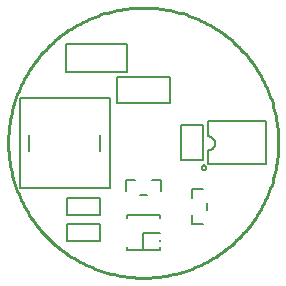
<source format=gto>
G75*
%MOIN*%
%OFA0B0*%
%FSLAX25Y25*%
%IPPOS*%
%LPD*%
%AMOC8*
5,1,8,0,0,1.08239X$1,22.5*
%
%ADD10C,0.01000*%
%ADD11C,0.00500*%
D10*
X0001600Y0047850D02*
X0001614Y0048954D01*
X0001654Y0050058D01*
X0001722Y0051160D01*
X0001817Y0052261D01*
X0001938Y0053358D01*
X0002087Y0054453D01*
X0002263Y0055543D01*
X0002465Y0056629D01*
X0002693Y0057710D01*
X0002949Y0058784D01*
X0003230Y0059852D01*
X0003538Y0060913D01*
X0003871Y0061966D01*
X0004231Y0063010D01*
X0004615Y0064045D01*
X0005025Y0065071D01*
X0005461Y0066086D01*
X0005920Y0067090D01*
X0006405Y0068083D01*
X0006914Y0069063D01*
X0007446Y0070030D01*
X0008002Y0070985D01*
X0008582Y0071925D01*
X0009184Y0072851D01*
X0009809Y0073761D01*
X0010456Y0074656D01*
X0011124Y0075535D01*
X0011815Y0076398D01*
X0012526Y0077243D01*
X0013257Y0078070D01*
X0014009Y0078879D01*
X0014780Y0079670D01*
X0015571Y0080441D01*
X0016380Y0081193D01*
X0017207Y0081924D01*
X0018052Y0082635D01*
X0018915Y0083326D01*
X0019794Y0083994D01*
X0020689Y0084641D01*
X0021599Y0085266D01*
X0022525Y0085868D01*
X0023465Y0086448D01*
X0024420Y0087004D01*
X0025387Y0087536D01*
X0026367Y0088045D01*
X0027360Y0088530D01*
X0028364Y0088989D01*
X0029379Y0089425D01*
X0030405Y0089835D01*
X0031440Y0090219D01*
X0032484Y0090579D01*
X0033537Y0090912D01*
X0034598Y0091220D01*
X0035666Y0091501D01*
X0036740Y0091757D01*
X0037821Y0091985D01*
X0038907Y0092187D01*
X0039997Y0092363D01*
X0041092Y0092512D01*
X0042189Y0092633D01*
X0043290Y0092728D01*
X0044392Y0092796D01*
X0045496Y0092836D01*
X0046600Y0092850D01*
X0047704Y0092836D01*
X0048808Y0092796D01*
X0049910Y0092728D01*
X0051011Y0092633D01*
X0052108Y0092512D01*
X0053203Y0092363D01*
X0054293Y0092187D01*
X0055379Y0091985D01*
X0056460Y0091757D01*
X0057534Y0091501D01*
X0058602Y0091220D01*
X0059663Y0090912D01*
X0060716Y0090579D01*
X0061760Y0090219D01*
X0062795Y0089835D01*
X0063821Y0089425D01*
X0064836Y0088989D01*
X0065840Y0088530D01*
X0066833Y0088045D01*
X0067813Y0087536D01*
X0068780Y0087004D01*
X0069735Y0086448D01*
X0070675Y0085868D01*
X0071601Y0085266D01*
X0072511Y0084641D01*
X0073406Y0083994D01*
X0074285Y0083326D01*
X0075148Y0082635D01*
X0075993Y0081924D01*
X0076820Y0081193D01*
X0077629Y0080441D01*
X0078420Y0079670D01*
X0079191Y0078879D01*
X0079943Y0078070D01*
X0080674Y0077243D01*
X0081385Y0076398D01*
X0082076Y0075535D01*
X0082744Y0074656D01*
X0083391Y0073761D01*
X0084016Y0072851D01*
X0084618Y0071925D01*
X0085198Y0070985D01*
X0085754Y0070030D01*
X0086286Y0069063D01*
X0086795Y0068083D01*
X0087280Y0067090D01*
X0087739Y0066086D01*
X0088175Y0065071D01*
X0088585Y0064045D01*
X0088969Y0063010D01*
X0089329Y0061966D01*
X0089662Y0060913D01*
X0089970Y0059852D01*
X0090251Y0058784D01*
X0090507Y0057710D01*
X0090735Y0056629D01*
X0090937Y0055543D01*
X0091113Y0054453D01*
X0091262Y0053358D01*
X0091383Y0052261D01*
X0091478Y0051160D01*
X0091546Y0050058D01*
X0091586Y0048954D01*
X0091600Y0047850D01*
X0091586Y0046746D01*
X0091546Y0045642D01*
X0091478Y0044540D01*
X0091383Y0043439D01*
X0091262Y0042342D01*
X0091113Y0041247D01*
X0090937Y0040157D01*
X0090735Y0039071D01*
X0090507Y0037990D01*
X0090251Y0036916D01*
X0089970Y0035848D01*
X0089662Y0034787D01*
X0089329Y0033734D01*
X0088969Y0032690D01*
X0088585Y0031655D01*
X0088175Y0030629D01*
X0087739Y0029614D01*
X0087280Y0028610D01*
X0086795Y0027617D01*
X0086286Y0026637D01*
X0085754Y0025670D01*
X0085198Y0024715D01*
X0084618Y0023775D01*
X0084016Y0022849D01*
X0083391Y0021939D01*
X0082744Y0021044D01*
X0082076Y0020165D01*
X0081385Y0019302D01*
X0080674Y0018457D01*
X0079943Y0017630D01*
X0079191Y0016821D01*
X0078420Y0016030D01*
X0077629Y0015259D01*
X0076820Y0014507D01*
X0075993Y0013776D01*
X0075148Y0013065D01*
X0074285Y0012374D01*
X0073406Y0011706D01*
X0072511Y0011059D01*
X0071601Y0010434D01*
X0070675Y0009832D01*
X0069735Y0009252D01*
X0068780Y0008696D01*
X0067813Y0008164D01*
X0066833Y0007655D01*
X0065840Y0007170D01*
X0064836Y0006711D01*
X0063821Y0006275D01*
X0062795Y0005865D01*
X0061760Y0005481D01*
X0060716Y0005121D01*
X0059663Y0004788D01*
X0058602Y0004480D01*
X0057534Y0004199D01*
X0056460Y0003943D01*
X0055379Y0003715D01*
X0054293Y0003513D01*
X0053203Y0003337D01*
X0052108Y0003188D01*
X0051011Y0003067D01*
X0049910Y0002972D01*
X0048808Y0002904D01*
X0047704Y0002864D01*
X0046600Y0002850D01*
X0045496Y0002864D01*
X0044392Y0002904D01*
X0043290Y0002972D01*
X0042189Y0003067D01*
X0041092Y0003188D01*
X0039997Y0003337D01*
X0038907Y0003513D01*
X0037821Y0003715D01*
X0036740Y0003943D01*
X0035666Y0004199D01*
X0034598Y0004480D01*
X0033537Y0004788D01*
X0032484Y0005121D01*
X0031440Y0005481D01*
X0030405Y0005865D01*
X0029379Y0006275D01*
X0028364Y0006711D01*
X0027360Y0007170D01*
X0026367Y0007655D01*
X0025387Y0008164D01*
X0024420Y0008696D01*
X0023465Y0009252D01*
X0022525Y0009832D01*
X0021599Y0010434D01*
X0020689Y0011059D01*
X0019794Y0011706D01*
X0018915Y0012374D01*
X0018052Y0013065D01*
X0017207Y0013776D01*
X0016380Y0014507D01*
X0015571Y0015259D01*
X0014780Y0016030D01*
X0014009Y0016821D01*
X0013257Y0017630D01*
X0012526Y0018457D01*
X0011815Y0019302D01*
X0011124Y0020165D01*
X0010456Y0021044D01*
X0009809Y0021939D01*
X0009184Y0022849D01*
X0008582Y0023775D01*
X0008002Y0024715D01*
X0007446Y0025670D01*
X0006914Y0026637D01*
X0006405Y0027617D01*
X0005920Y0028610D01*
X0005461Y0029614D01*
X0005025Y0030629D01*
X0004615Y0031655D01*
X0004231Y0032690D01*
X0003871Y0033734D01*
X0003538Y0034787D01*
X0003230Y0035848D01*
X0002949Y0036916D01*
X0002693Y0037990D01*
X0002465Y0039071D01*
X0002263Y0040157D01*
X0002087Y0041247D01*
X0001938Y0042342D01*
X0001817Y0043439D01*
X0001722Y0044540D01*
X0001654Y0045642D01*
X0001614Y0046746D01*
X0001600Y0047850D01*
D11*
X0021088Y0020606D02*
X0021088Y0015094D01*
X0032112Y0015094D01*
X0032112Y0020606D01*
X0021088Y0020606D01*
X0021187Y0023844D02*
X0021187Y0029356D01*
X0032013Y0029356D01*
X0032013Y0023844D01*
X0021187Y0023844D01*
X0035350Y0032850D02*
X0005350Y0032850D01*
X0005350Y0062850D01*
X0035350Y0062850D01*
X0035350Y0032850D01*
X0040694Y0031866D02*
X0040694Y0035409D01*
X0043844Y0035409D01*
X0049356Y0035409D02*
X0052506Y0035409D01*
X0052506Y0031866D01*
X0047781Y0030291D02*
X0045419Y0030291D01*
X0041088Y0023657D02*
X0052112Y0023657D01*
X0052112Y0022693D01*
X0052112Y0017850D02*
X0046600Y0017850D01*
X0046600Y0012338D01*
X0052112Y0012151D02*
X0052112Y0013007D01*
X0052112Y0012043D02*
X0041088Y0012043D01*
X0041088Y0013007D01*
X0052112Y0015094D02*
X0052112Y0015488D01*
X0062791Y0020694D02*
X0066334Y0020694D01*
X0062791Y0020694D02*
X0062791Y0023844D01*
X0067909Y0025419D02*
X0067909Y0027781D01*
X0062791Y0029356D02*
X0062791Y0032506D01*
X0066334Y0032506D01*
X0066039Y0039582D02*
X0066041Y0039638D01*
X0066047Y0039693D01*
X0066057Y0039747D01*
X0066070Y0039801D01*
X0066088Y0039854D01*
X0066109Y0039905D01*
X0066133Y0039955D01*
X0066161Y0040003D01*
X0066193Y0040049D01*
X0066227Y0040093D01*
X0066265Y0040134D01*
X0066305Y0040172D01*
X0066348Y0040207D01*
X0066393Y0040239D01*
X0066441Y0040268D01*
X0066490Y0040294D01*
X0066541Y0040316D01*
X0066593Y0040334D01*
X0066647Y0040348D01*
X0066702Y0040359D01*
X0066757Y0040366D01*
X0066812Y0040369D01*
X0066868Y0040368D01*
X0066923Y0040363D01*
X0066978Y0040354D01*
X0067032Y0040342D01*
X0067085Y0040325D01*
X0067137Y0040305D01*
X0067187Y0040281D01*
X0067235Y0040254D01*
X0067282Y0040224D01*
X0067326Y0040190D01*
X0067368Y0040153D01*
X0067406Y0040113D01*
X0067443Y0040071D01*
X0067476Y0040026D01*
X0067505Y0039980D01*
X0067532Y0039931D01*
X0067554Y0039880D01*
X0067574Y0039828D01*
X0067589Y0039774D01*
X0067601Y0039720D01*
X0067609Y0039665D01*
X0067613Y0039610D01*
X0067613Y0039554D01*
X0067609Y0039499D01*
X0067601Y0039444D01*
X0067589Y0039390D01*
X0067574Y0039336D01*
X0067554Y0039284D01*
X0067532Y0039233D01*
X0067505Y0039184D01*
X0067476Y0039138D01*
X0067443Y0039093D01*
X0067406Y0039051D01*
X0067368Y0039011D01*
X0067326Y0038974D01*
X0067282Y0038940D01*
X0067235Y0038910D01*
X0067187Y0038883D01*
X0067137Y0038859D01*
X0067085Y0038839D01*
X0067032Y0038822D01*
X0066978Y0038810D01*
X0066923Y0038801D01*
X0066868Y0038796D01*
X0066812Y0038795D01*
X0066757Y0038798D01*
X0066702Y0038805D01*
X0066647Y0038816D01*
X0066593Y0038830D01*
X0066541Y0038848D01*
X0066490Y0038870D01*
X0066441Y0038896D01*
X0066393Y0038925D01*
X0066348Y0038957D01*
X0066305Y0038992D01*
X0066265Y0039030D01*
X0066227Y0039071D01*
X0066193Y0039115D01*
X0066161Y0039161D01*
X0066133Y0039209D01*
X0066109Y0039259D01*
X0066088Y0039310D01*
X0066070Y0039363D01*
X0066057Y0039417D01*
X0066047Y0039471D01*
X0066041Y0039526D01*
X0066039Y0039582D01*
X0066492Y0041935D02*
X0066492Y0053765D01*
X0059208Y0053765D01*
X0059208Y0041935D01*
X0066492Y0041935D01*
X0068204Y0040763D02*
X0068204Y0045409D01*
X0068322Y0045409D01*
X0068412Y0045411D01*
X0068502Y0045417D01*
X0068592Y0045426D01*
X0068681Y0045440D01*
X0068770Y0045457D01*
X0068858Y0045478D01*
X0068945Y0045502D01*
X0069030Y0045530D01*
X0069115Y0045562D01*
X0069198Y0045598D01*
X0069279Y0045637D01*
X0069359Y0045679D01*
X0069437Y0045725D01*
X0069513Y0045774D01*
X0069586Y0045826D01*
X0069658Y0045881D01*
X0069727Y0045939D01*
X0069793Y0046000D01*
X0069857Y0046064D01*
X0069918Y0046130D01*
X0069976Y0046199D01*
X0070031Y0046271D01*
X0070083Y0046344D01*
X0070132Y0046420D01*
X0070178Y0046498D01*
X0070220Y0046578D01*
X0070259Y0046659D01*
X0070295Y0046742D01*
X0070327Y0046827D01*
X0070355Y0046912D01*
X0070379Y0046999D01*
X0070400Y0047087D01*
X0070417Y0047176D01*
X0070431Y0047265D01*
X0070440Y0047355D01*
X0070446Y0047445D01*
X0070448Y0047535D01*
X0070448Y0047850D01*
X0070444Y0047943D01*
X0070435Y0048035D01*
X0070423Y0048127D01*
X0070407Y0048219D01*
X0070387Y0048309D01*
X0070363Y0048399D01*
X0070335Y0048487D01*
X0070304Y0048575D01*
X0070269Y0048661D01*
X0070230Y0048745D01*
X0070188Y0048828D01*
X0070142Y0048908D01*
X0070093Y0048987D01*
X0070040Y0049064D01*
X0069985Y0049138D01*
X0069926Y0049210D01*
X0069864Y0049279D01*
X0069800Y0049346D01*
X0069732Y0049409D01*
X0069662Y0049470D01*
X0069590Y0049528D01*
X0069515Y0049583D01*
X0069438Y0049635D01*
X0069358Y0049683D01*
X0069277Y0049728D01*
X0069194Y0049769D01*
X0069109Y0049807D01*
X0069023Y0049841D01*
X0068935Y0049871D01*
X0068846Y0049898D01*
X0068756Y0049921D01*
X0068666Y0049940D01*
X0068574Y0049955D01*
X0068482Y0049966D01*
X0068389Y0049973D01*
X0068297Y0049977D01*
X0068204Y0049976D01*
X0068204Y0054937D01*
X0087496Y0054937D01*
X0087496Y0040763D01*
X0068204Y0040763D01*
X0041088Y0023657D02*
X0041088Y0022693D01*
X0032161Y0045163D02*
X0032161Y0050537D01*
X0037840Y0060921D02*
X0037840Y0069779D01*
X0055360Y0069779D01*
X0055360Y0060921D01*
X0037840Y0060921D01*
X0041211Y0071251D02*
X0041211Y0071408D01*
X0041211Y0080699D01*
X0020739Y0080699D01*
X0020739Y0071251D01*
X0041211Y0071251D01*
X0008539Y0050537D02*
X0008539Y0045163D01*
M02*

</source>
